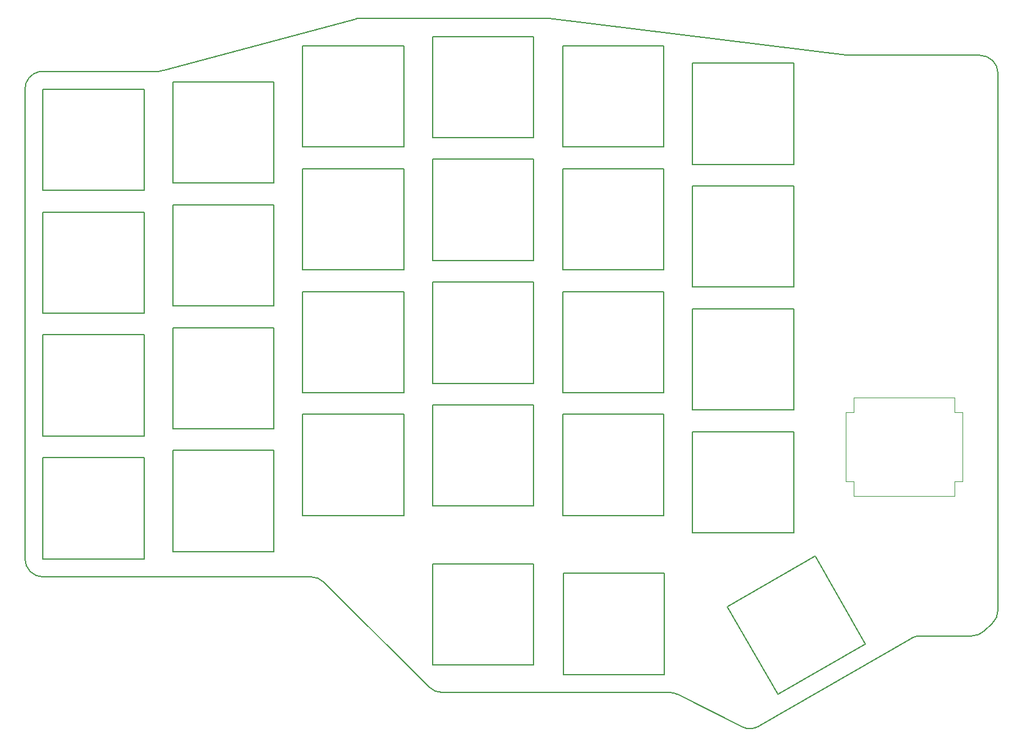
<source format=gm1>
G04 #@! TF.GenerationSoftware,KiCad,Pcbnew,(5.99.0-8557-g8988e46ab1)*
G04 #@! TF.CreationDate,2021-01-24T23:21:13-07:00*
G04 #@! TF.ProjectId,Plate,506c6174-652e-46b6-9963-61645f706362,rev?*
G04 #@! TF.SameCoordinates,PX85099e0PY51bada0*
G04 #@! TF.FileFunction,Profile,NP*
%FSLAX46Y46*%
G04 Gerber Fmt 4.6, Leading zero omitted, Abs format (unit mm)*
G04 Created by KiCad (PCBNEW (5.99.0-8557-g8988e46ab1)) date 2021-01-24 23:21:13*
%MOMM*%
%LPD*%
G01*
G04 APERTURE LIST*
G04 #@! TA.AperFunction,Profile*
%ADD10C,0.150000*%
G04 #@! TD*
G04 #@! TA.AperFunction,Profile*
%ADD11C,0.120000*%
G04 #@! TD*
G04 APERTURE END LIST*
D10*
X-7826996Y44800000D02*
G75*
G03*
X-8237993Y44765985I0J-2500000D01*
G01*
X1918706Y-47773197D02*
X-12717482Y-33226802D01*
X77049401Y-40677241D02*
G75*
G03*
X78744774Y-40014552I0J2500000D01*
G01*
X66448000Y39700000D02*
X78187476Y39700000D01*
X-12717482Y-33226802D02*
G75*
G03*
X-14479802Y-32500000I-1762320J-1773198D01*
G01*
X18460842Y44781328D02*
G75*
G03*
X18155867Y44800000I-304975J-2481328D01*
G01*
X79882849Y-38964398D02*
G75*
G03*
X80687476Y-37127087I-1695373J1837311D01*
G01*
X-7826995Y44800000D02*
X18155867Y44800001D01*
X69884216Y-40677241D02*
G75*
G03*
X68634216Y-41012177I-1J-2500000D01*
G01*
X-52037997Y37465985D02*
G75*
G03*
X-54127000Y35000000I410997J-2465985D01*
G01*
X59956468Y39700000D02*
X66448000Y39700000D01*
X35165954Y-48499999D02*
X3681025Y-48499999D01*
X18460842Y44781329D02*
X59651493Y39718671D01*
X68634216Y-41012177D02*
X47568689Y-53174364D01*
X-52037997Y37465985D02*
X-35537997Y37465985D01*
X80687476Y-37127087D02*
X80687476Y37200000D01*
X-54127000Y-30000000D02*
X-54127000Y35000000D01*
X1918706Y-47773197D02*
G75*
G03*
X3681025Y-48499999I1762319J1773198D01*
G01*
X59651493Y39718672D02*
G75*
G03*
X59956468Y39700000I304975J2481328D01*
G01*
X-14479802Y-32500000D02*
X-51627000Y-32500000D01*
X80687476Y37200000D02*
G75*
G03*
X78187476Y39700000I-2500000J0D01*
G01*
X77049402Y-40677241D02*
X69884216Y-40677241D01*
X45196025Y-53243048D02*
G75*
G03*
X47568689Y-53174364I1122664J2233747D01*
G01*
X36288619Y-48766253D02*
G75*
G03*
X35165954Y-48499999I-1122665J-2233747D01*
G01*
X45196025Y-53243048D02*
X36288619Y-48766252D01*
X-34894877Y37644119D02*
G75*
G02*
X-35537997Y37465985I-643120J1071867D01*
G01*
X79882849Y-38964397D02*
X78744774Y-40014551D01*
X-54127000Y-30000000D02*
G75*
G03*
X-51627000Y-32500000I2500000J0D01*
G01*
X-34894877Y37644119D02*
X-8237993Y44765985D01*
X38373000Y24600000D02*
X38373000Y38600000D01*
X52373000Y24600000D02*
X38373000Y24600000D01*
X38373000Y38600000D02*
X52373000Y38600000D01*
X52373000Y38600000D02*
X52373000Y24600000D01*
X34373000Y41000000D02*
X34373000Y27000000D01*
X34373000Y27000000D02*
X20373000Y27000000D01*
X20373000Y41000000D02*
X34373000Y41000000D01*
X20373000Y27000000D02*
X20373000Y41000000D01*
X-15627000Y41000000D02*
X-1627000Y41000000D01*
X-15627000Y27000000D02*
X-15627000Y41000000D01*
X-1627000Y27000000D02*
X-15627000Y27000000D01*
X-1627000Y41000000D02*
X-1627000Y27000000D01*
X-33627000Y36000000D02*
X-19627000Y36000000D01*
X-33627000Y22000000D02*
X-33627000Y36000000D01*
X-19627000Y36000000D02*
X-19627000Y22000000D01*
X-19627000Y22000000D02*
X-33627000Y22000000D01*
X-37627000Y35000000D02*
X-37627000Y21000000D01*
X-37627000Y21000000D02*
X-51627000Y21000000D01*
X-51627000Y21000000D02*
X-51627000Y35000000D01*
X-51627000Y35000000D02*
X-37627000Y35000000D01*
X38373000Y7600000D02*
X38373000Y21600000D01*
X38373000Y21600000D02*
X52373000Y21600000D01*
X52373000Y21600000D02*
X52373000Y7600000D01*
X52373000Y7600000D02*
X38373000Y7600000D01*
X34373000Y10000000D02*
X20373000Y10000000D01*
X20373000Y10000000D02*
X20373000Y24000000D01*
X34373000Y24000000D02*
X34373000Y10000000D01*
X20373000Y24000000D02*
X34373000Y24000000D01*
X2373000Y25300000D02*
X16373000Y25300000D01*
X16373000Y25300000D02*
X16373000Y11300000D01*
X16373000Y11300000D02*
X2373000Y11300000D01*
X2373000Y11300000D02*
X2373000Y25300000D01*
X-1627000Y24000000D02*
X-1627000Y10000000D01*
X-15627000Y24000000D02*
X-1627000Y24000000D01*
X-1627000Y10000000D02*
X-15627000Y10000000D01*
X-15627000Y10000000D02*
X-15627000Y24000000D01*
X-37627000Y18000000D02*
X-37627000Y4000000D01*
X-37627000Y4000000D02*
X-51627000Y4000000D01*
X-51627000Y4000000D02*
X-51627000Y18000000D01*
X-51627000Y18000000D02*
X-37627000Y18000000D01*
X34373000Y7000000D02*
X34373000Y-7000000D01*
X20373000Y7000000D02*
X34373000Y7000000D01*
X20373000Y-7000000D02*
X20373000Y7000000D01*
X34373000Y-7000000D02*
X20373000Y-7000000D01*
X2373000Y-5700000D02*
X2373000Y8300000D01*
X16373000Y8300000D02*
X16373000Y-5700000D01*
X16373000Y-5700000D02*
X2373000Y-5700000D01*
X2373000Y8300000D02*
X16373000Y8300000D01*
X-15627000Y7000000D02*
X-1627000Y7000000D01*
X-1627000Y-7000000D02*
X-15627000Y-7000000D01*
X-1627000Y7000000D02*
X-1627000Y-7000000D01*
X-15627000Y-7000000D02*
X-15627000Y7000000D01*
X-19627000Y2000000D02*
X-19627000Y-12000000D01*
X-33627000Y2000000D02*
X-19627000Y2000000D01*
X-19627000Y-12000000D02*
X-33627000Y-12000000D01*
X-33627000Y-12000000D02*
X-33627000Y2000000D01*
X52373000Y-26400000D02*
X38373000Y-26400000D01*
X38373000Y-12400000D02*
X52373000Y-12400000D01*
X52373000Y-12400000D02*
X52373000Y-26400000D01*
X38373000Y-26400000D02*
X38373000Y-12400000D01*
X2373000Y-22700000D02*
X2373000Y-8700000D01*
X2373000Y-8700000D02*
X16373000Y-8700000D01*
X16373000Y-22700000D02*
X2373000Y-22700000D01*
X16373000Y-8700000D02*
X16373000Y-22700000D01*
X-15627000Y-10000000D02*
X-1627000Y-10000000D01*
X-1627000Y-10000000D02*
X-1627000Y-24000000D01*
X-15627000Y-24000000D02*
X-15627000Y-10000000D01*
X-1627000Y-24000000D02*
X-15627000Y-24000000D01*
X-33627000Y-29000000D02*
X-33627000Y-15000000D01*
X-33627000Y-15000000D02*
X-19627000Y-15000000D01*
X-19627000Y-29000000D02*
X-33627000Y-29000000D01*
X-19627000Y-15000000D02*
X-19627000Y-29000000D01*
X-37627000Y-30000000D02*
X-51627000Y-30000000D01*
X-51627000Y-16000000D02*
X-37627000Y-16000000D01*
X-51627000Y-30000000D02*
X-51627000Y-16000000D01*
X-37627000Y-16000000D02*
X-37627000Y-30000000D01*
X38373000Y-9400000D02*
X38373000Y4600000D01*
X52373000Y-9400000D02*
X38373000Y-9400000D01*
X52373000Y4600000D02*
X52373000Y-9400000D01*
X38373000Y4600000D02*
X52373000Y4600000D01*
X-33627000Y19000000D02*
X-19627000Y19000000D01*
X-19627000Y19000000D02*
X-19627000Y5000000D01*
X-19627000Y5000000D02*
X-33627000Y5000000D01*
X-33627000Y5000000D02*
X-33627000Y19000000D01*
X-51627000Y1000000D02*
X-37627000Y1000000D01*
X-51627000Y-13000000D02*
X-51627000Y1000000D01*
X-37627000Y1000000D02*
X-37627000Y-13000000D01*
X-37627000Y-13000000D02*
X-51627000Y-13000000D01*
X16373000Y-30700000D02*
X16373000Y-44700000D01*
X2373000Y-44700000D02*
X2373000Y-30700000D01*
X2373000Y-30700000D02*
X16373000Y-30700000D01*
X16373000Y-44700000D02*
X2373000Y-44700000D01*
X16373000Y42300000D02*
X16373000Y28300000D01*
X2373000Y42300000D02*
X16373000Y42300000D01*
X2373000Y28300000D02*
X2373000Y42300000D01*
X16373000Y28300000D02*
X2373000Y28300000D01*
X20373000Y-24000000D02*
X20373000Y-10000000D01*
X20373000Y-10000000D02*
X34373000Y-10000000D01*
X34373000Y-24000000D02*
X20373000Y-24000000D01*
X34373000Y-10000000D02*
X34373000Y-24000000D01*
X50210822Y-48762178D02*
X43210822Y-36637822D01*
X55335178Y-29637822D02*
X62335178Y-41762178D01*
X62335178Y-41762178D02*
X50210822Y-48762178D01*
X43210822Y-36637822D02*
X55335178Y-29637822D01*
X34473000Y-46000000D02*
X20473000Y-46000000D01*
X34473000Y-32000000D02*
X34473000Y-46000000D01*
X20473000Y-46000000D02*
X20473000Y-32000000D01*
X20473000Y-32000000D02*
X34473000Y-32000000D01*
D11*
X59588000Y-9750000D02*
X59588000Y-19250000D01*
X60688000Y-9750000D02*
X60688000Y-7700000D01*
X60688000Y-19250000D02*
X60688000Y-21300000D01*
X74688000Y-9750000D02*
X74688000Y-7700000D01*
X74688000Y-21300000D02*
X74688000Y-19250000D01*
X60688000Y-9750000D02*
X59588000Y-9750000D01*
X60688000Y-19250000D02*
X59588000Y-19250000D01*
X75788000Y-19250000D02*
X74688000Y-19250000D01*
X60688000Y-21300000D02*
X74688000Y-21300000D01*
X60688000Y-7700000D02*
X74688000Y-7700000D01*
X75788000Y-9750000D02*
X74688000Y-9750000D01*
X75788000Y-9750000D02*
X75788000Y-19250000D01*
M02*

</source>
